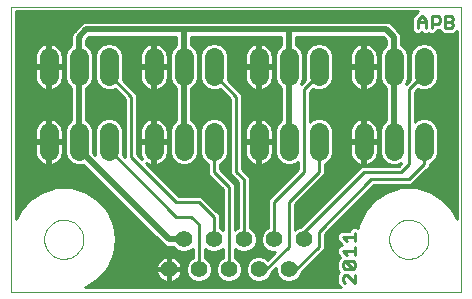
<source format=gtl>
G75*
G70*
%OFA0B0*%
%FSLAX24Y24*%
%IPPOS*%
%LPD*%
%AMOC8*
5,1,8,0,0,1.08239X$1,22.5*
%
%ADD10C,0.0000*%
%ADD11C,0.0100*%
%ADD12C,0.0560*%
%ADD13C,0.0634*%
%ADD14C,0.0200*%
D10*
X000151Y000524D02*
X000151Y010024D01*
X015151Y010024D01*
X015151Y000524D01*
X000151Y000524D01*
X001251Y002274D02*
X001253Y002324D01*
X001259Y002374D01*
X001269Y002424D01*
X001282Y002472D01*
X001299Y002520D01*
X001320Y002566D01*
X001344Y002610D01*
X001372Y002652D01*
X001403Y002692D01*
X001437Y002729D01*
X001474Y002764D01*
X001513Y002795D01*
X001554Y002824D01*
X001598Y002849D01*
X001644Y002871D01*
X001691Y002889D01*
X001739Y002903D01*
X001788Y002914D01*
X001838Y002921D01*
X001888Y002924D01*
X001939Y002923D01*
X001989Y002918D01*
X002039Y002909D01*
X002087Y002897D01*
X002135Y002880D01*
X002181Y002860D01*
X002226Y002837D01*
X002269Y002810D01*
X002309Y002780D01*
X002347Y002747D01*
X002382Y002711D01*
X002415Y002672D01*
X002444Y002631D01*
X002470Y002588D01*
X002493Y002543D01*
X002512Y002496D01*
X002527Y002448D01*
X002539Y002399D01*
X002547Y002349D01*
X002551Y002299D01*
X002551Y002249D01*
X002547Y002199D01*
X002539Y002149D01*
X002527Y002100D01*
X002512Y002052D01*
X002493Y002005D01*
X002470Y001960D01*
X002444Y001917D01*
X002415Y001876D01*
X002382Y001837D01*
X002347Y001801D01*
X002309Y001768D01*
X002269Y001738D01*
X002226Y001711D01*
X002181Y001688D01*
X002135Y001668D01*
X002087Y001651D01*
X002039Y001639D01*
X001989Y001630D01*
X001939Y001625D01*
X001888Y001624D01*
X001838Y001627D01*
X001788Y001634D01*
X001739Y001645D01*
X001691Y001659D01*
X001644Y001677D01*
X001598Y001699D01*
X001554Y001724D01*
X001513Y001753D01*
X001474Y001784D01*
X001437Y001819D01*
X001403Y001856D01*
X001372Y001896D01*
X001344Y001938D01*
X001320Y001982D01*
X001299Y002028D01*
X001282Y002076D01*
X001269Y002124D01*
X001259Y002174D01*
X001253Y002224D01*
X001251Y002274D01*
X012751Y002274D02*
X012753Y002324D01*
X012759Y002374D01*
X012769Y002424D01*
X012782Y002472D01*
X012799Y002520D01*
X012820Y002566D01*
X012844Y002610D01*
X012872Y002652D01*
X012903Y002692D01*
X012937Y002729D01*
X012974Y002764D01*
X013013Y002795D01*
X013054Y002824D01*
X013098Y002849D01*
X013144Y002871D01*
X013191Y002889D01*
X013239Y002903D01*
X013288Y002914D01*
X013338Y002921D01*
X013388Y002924D01*
X013439Y002923D01*
X013489Y002918D01*
X013539Y002909D01*
X013587Y002897D01*
X013635Y002880D01*
X013681Y002860D01*
X013726Y002837D01*
X013769Y002810D01*
X013809Y002780D01*
X013847Y002747D01*
X013882Y002711D01*
X013915Y002672D01*
X013944Y002631D01*
X013970Y002588D01*
X013993Y002543D01*
X014012Y002496D01*
X014027Y002448D01*
X014039Y002399D01*
X014047Y002349D01*
X014051Y002299D01*
X014051Y002249D01*
X014047Y002199D01*
X014039Y002149D01*
X014027Y002100D01*
X014012Y002052D01*
X013993Y002005D01*
X013970Y001960D01*
X013944Y001917D01*
X013915Y001876D01*
X013882Y001837D01*
X013847Y001801D01*
X013809Y001768D01*
X013769Y001738D01*
X013726Y001711D01*
X013681Y001688D01*
X013635Y001668D01*
X013587Y001651D01*
X013539Y001639D01*
X013489Y001630D01*
X013439Y001625D01*
X013388Y001624D01*
X013338Y001627D01*
X013288Y001634D01*
X013239Y001645D01*
X013191Y001659D01*
X013144Y001677D01*
X013098Y001699D01*
X013054Y001724D01*
X013013Y001753D01*
X012974Y001784D01*
X012937Y001819D01*
X012903Y001856D01*
X012872Y001896D01*
X012844Y001938D01*
X012820Y001982D01*
X012799Y002028D01*
X012782Y002076D01*
X012769Y002124D01*
X012759Y002174D01*
X012753Y002224D01*
X012751Y002274D01*
D11*
X011705Y002651D02*
X011684Y002672D01*
X011518Y002672D01*
X011401Y002555D01*
X011401Y002539D01*
X011118Y002539D01*
X011001Y002421D01*
X011001Y002256D01*
X011118Y002139D01*
X011178Y002078D01*
X011118Y002078D01*
X011001Y001961D01*
X011001Y001795D01*
X011115Y001681D01*
X011068Y001634D01*
X011001Y001567D01*
X011001Y001434D01*
X011001Y001434D01*
X011001Y001352D01*
X011001Y001268D01*
X011081Y001188D01*
X011001Y001107D01*
X011001Y000974D01*
X011001Y000974D01*
X011001Y000890D01*
X011001Y000808D01*
X011002Y000807D01*
X011118Y000691D01*
X011135Y000674D01*
X002600Y000674D01*
X002628Y000682D01*
X002628Y000682D01*
X003047Y000952D01*
X003373Y001328D01*
X003580Y001781D01*
X003651Y002274D01*
X003580Y002767D01*
X003373Y003220D01*
X003373Y003220D01*
X003047Y003597D01*
X002628Y003866D01*
X002150Y004006D01*
X001652Y004006D01*
X001174Y003866D01*
X000755Y003597D01*
X000755Y003597D01*
X000755Y003597D01*
X000429Y003220D01*
X000301Y002940D01*
X000301Y009874D01*
X013701Y009874D01*
X013692Y009865D01*
X013501Y009674D01*
X013501Y009607D01*
X013501Y009441D01*
X013501Y009241D01*
X013618Y009124D01*
X013784Y009124D01*
X013835Y009175D01*
X013885Y009124D01*
X014051Y009124D01*
X014065Y009138D01*
X014079Y009124D01*
X014244Y009124D01*
X014361Y009241D01*
X014361Y009258D01*
X014422Y009258D01*
X014422Y009241D01*
X014539Y009124D01*
X014823Y009124D01*
X014905Y009124D01*
X014972Y009191D01*
X015001Y009220D01*
X015001Y002940D01*
X014873Y003220D01*
X014873Y003220D01*
X014547Y003597D01*
X014128Y003866D01*
X013650Y004006D01*
X013152Y004006D01*
X012674Y003866D01*
X012255Y003597D01*
X012255Y003597D01*
X012255Y003597D01*
X011929Y003220D01*
X011722Y002767D01*
X011705Y002651D01*
X011711Y002692D02*
X010852Y002692D01*
X010753Y002594D02*
X011440Y002594D01*
X011601Y002472D02*
X011601Y002205D01*
X011601Y002339D02*
X011201Y002339D01*
X011334Y002205D01*
X011156Y002101D02*
X010601Y002101D01*
X010601Y002199D02*
X011057Y002199D01*
X011001Y002298D02*
X010601Y002298D01*
X010601Y002396D02*
X011001Y002396D01*
X011074Y002495D02*
X010655Y002495D01*
X010601Y002441D02*
X012234Y004074D01*
X013318Y004074D01*
X013484Y004074D01*
X013984Y004574D01*
X014101Y004691D01*
X014101Y004785D01*
X014166Y004811D01*
X014297Y004943D01*
X014368Y005114D01*
X014368Y005934D01*
X014297Y006105D01*
X014166Y006237D01*
X013994Y006308D01*
X013808Y006308D01*
X013637Y006237D01*
X013601Y006201D01*
X013601Y007191D01*
X013697Y007287D01*
X013808Y007240D01*
X013994Y007240D01*
X014166Y007311D01*
X014297Y007443D01*
X014368Y007614D01*
X014368Y008434D01*
X014297Y008605D01*
X014166Y008737D01*
X013994Y008808D01*
X013808Y008808D01*
X013637Y008737D01*
X013505Y008605D01*
X013297Y008605D01*
X013166Y008737D01*
X013151Y008743D01*
X013151Y009074D01*
X013113Y009166D01*
X013043Y009236D01*
X012793Y009486D01*
X012701Y009524D01*
X012601Y009524D01*
X009351Y009524D01*
X005851Y009524D01*
X002601Y009524D01*
X002510Y009486D01*
X002439Y009416D01*
X002260Y009236D01*
X002189Y009166D01*
X002151Y009074D01*
X002151Y008743D01*
X002137Y008737D01*
X002005Y008605D01*
X001787Y008605D01*
X001800Y008586D02*
X001757Y008645D01*
X001705Y008697D01*
X001646Y008740D01*
X001580Y008774D01*
X001511Y008796D01*
X001450Y008806D01*
X001450Y008073D01*
X001353Y008073D01*
X001353Y008806D01*
X001292Y008796D01*
X001222Y008774D01*
X001156Y008740D01*
X001097Y008697D01*
X001045Y008645D01*
X001002Y008586D01*
X000969Y008520D01*
X000946Y008450D01*
X000934Y008378D01*
X000934Y008073D01*
X001352Y008073D01*
X001352Y007976D01*
X000934Y007976D01*
X000934Y007670D01*
X000946Y007598D01*
X000969Y007528D01*
X001002Y007463D01*
X001045Y007403D01*
X001097Y007351D01*
X001156Y007308D01*
X001222Y007275D01*
X001292Y007252D01*
X001353Y007242D01*
X001353Y007975D01*
X001450Y007975D01*
X001450Y007242D01*
X001511Y007252D01*
X001580Y007275D01*
X001646Y007308D01*
X001705Y007351D01*
X001757Y007403D01*
X001800Y007463D01*
X001834Y007528D01*
X001856Y007598D01*
X001868Y007670D01*
X001868Y007976D01*
X001450Y007976D01*
X001450Y008073D01*
X001868Y008073D01*
X001868Y008378D01*
X001856Y008450D01*
X001834Y008520D01*
X001800Y008586D01*
X001838Y008506D02*
X001964Y008506D01*
X001934Y008434D02*
X001934Y007614D01*
X002005Y007443D01*
X002137Y007311D01*
X002151Y007306D01*
X002151Y006243D01*
X002137Y006237D01*
X002005Y006105D01*
X001934Y005934D01*
X001934Y005114D01*
X002005Y004943D01*
X002137Y004811D01*
X002308Y004740D01*
X002494Y004740D01*
X002556Y004766D01*
X005260Y002062D01*
X005351Y002024D01*
X005451Y002024D01*
X005543Y002024D01*
X005658Y001910D01*
X005816Y001844D01*
X005987Y001844D01*
X006145Y001910D01*
X006201Y001966D01*
X006201Y001657D01*
X006158Y001639D01*
X006037Y001518D01*
X005971Y001360D01*
X005971Y001189D01*
X006037Y001031D01*
X006158Y000910D01*
X006316Y000844D01*
X006487Y000844D01*
X006645Y000910D01*
X006766Y001031D01*
X006831Y001189D01*
X006831Y001360D01*
X006766Y001518D01*
X006645Y001639D01*
X006601Y001657D01*
X006601Y001966D01*
X006658Y001910D01*
X006816Y001844D01*
X006987Y001844D01*
X007145Y001910D01*
X007201Y001966D01*
X007201Y001657D01*
X007158Y001639D01*
X007037Y001518D01*
X006971Y001360D01*
X006971Y001189D01*
X007037Y001031D01*
X007158Y000910D01*
X007316Y000844D01*
X007487Y000844D01*
X007645Y000910D01*
X007766Y001031D01*
X007831Y001189D01*
X007831Y001360D01*
X007766Y001518D01*
X007645Y001639D01*
X007601Y001657D01*
X007601Y001966D01*
X007658Y001910D01*
X007816Y001844D01*
X007987Y001844D01*
X008145Y001910D01*
X008266Y002031D01*
X008331Y002189D01*
X008331Y002360D01*
X008266Y002518D01*
X008145Y002639D01*
X008101Y002657D01*
X008101Y004191D01*
X008101Y004357D01*
X007851Y004607D01*
X007851Y006941D01*
X007851Y007107D01*
X007361Y007597D01*
X007368Y007614D01*
X007368Y008434D01*
X007297Y008605D01*
X007166Y008737D01*
X006994Y008808D01*
X006808Y008808D01*
X006637Y008737D01*
X006505Y008605D01*
X006297Y008605D01*
X006166Y008737D01*
X006151Y008743D01*
X006151Y009024D01*
X009151Y009024D01*
X009151Y008743D01*
X009137Y008737D01*
X009005Y008605D01*
X008787Y008605D01*
X008800Y008586D02*
X008757Y008645D01*
X008705Y008697D01*
X008646Y008740D01*
X008580Y008774D01*
X008511Y008796D01*
X008450Y008806D01*
X008450Y008073D01*
X008353Y008073D01*
X008353Y008806D01*
X008292Y008796D01*
X008222Y008774D01*
X008156Y008740D01*
X008097Y008697D01*
X008045Y008645D01*
X008002Y008586D01*
X007969Y008520D01*
X007946Y008450D01*
X007934Y008378D01*
X007934Y008073D01*
X008352Y008073D01*
X008352Y007976D01*
X007934Y007976D01*
X007934Y007670D01*
X007946Y007598D01*
X007969Y007528D01*
X008002Y007463D01*
X008045Y007403D01*
X008097Y007351D01*
X008156Y007308D01*
X008222Y007275D01*
X008292Y007252D01*
X008353Y007242D01*
X008353Y007975D01*
X008450Y007975D01*
X008450Y007242D01*
X008511Y007252D01*
X008580Y007275D01*
X008646Y007308D01*
X008705Y007351D01*
X008757Y007403D01*
X008800Y007463D01*
X008834Y007528D01*
X008856Y007598D01*
X008868Y007670D01*
X008868Y007976D01*
X008450Y007976D01*
X008450Y008073D01*
X008868Y008073D01*
X008868Y008378D01*
X008856Y008450D01*
X008834Y008520D01*
X008800Y008586D01*
X008838Y008506D02*
X008964Y008506D01*
X008934Y008434D02*
X008934Y007614D01*
X009005Y007443D01*
X009137Y007311D01*
X009151Y007306D01*
X009151Y006243D01*
X009137Y006237D01*
X009005Y006105D01*
X008934Y005934D01*
X008934Y005114D01*
X009005Y004943D01*
X009137Y004811D01*
X009308Y004740D01*
X009494Y004740D01*
X009666Y004811D01*
X009701Y004847D01*
X009701Y004607D01*
X008701Y003607D01*
X008701Y003441D01*
X008701Y002657D01*
X008658Y002639D01*
X008537Y002518D01*
X008471Y002360D01*
X008471Y002189D01*
X008537Y002031D01*
X008658Y001910D01*
X008816Y001844D01*
X008938Y001844D01*
X008689Y001594D01*
X008645Y001639D01*
X008487Y001704D01*
X008316Y001704D01*
X008158Y001639D01*
X008037Y001518D01*
X007971Y001360D01*
X007971Y001189D01*
X008037Y001031D01*
X008158Y000910D01*
X008316Y000844D01*
X008487Y000844D01*
X008645Y000910D01*
X008766Y001031D01*
X008819Y001159D01*
X008971Y001311D01*
X008971Y001189D01*
X009037Y001031D01*
X009158Y000910D01*
X009316Y000844D01*
X009487Y000844D01*
X009645Y000910D01*
X009766Y001031D01*
X009819Y001159D01*
X010484Y001824D01*
X010601Y001941D01*
X010601Y002441D01*
X010401Y002524D02*
X012151Y004274D01*
X013401Y004274D01*
X013901Y004774D01*
X013901Y005524D01*
X014368Y005550D02*
X015001Y005550D01*
X015001Y005648D02*
X014368Y005648D01*
X014368Y005747D02*
X015001Y005747D01*
X015001Y005845D02*
X014368Y005845D01*
X014364Y005944D02*
X015001Y005944D01*
X015001Y006043D02*
X014323Y006043D01*
X014261Y006141D02*
X015001Y006141D01*
X015001Y006240D02*
X014159Y006240D01*
X013644Y006240D02*
X013601Y006240D01*
X013601Y006338D02*
X015001Y006338D01*
X015001Y006437D02*
X013601Y006437D01*
X013601Y006535D02*
X015001Y006535D01*
X015001Y006634D02*
X013601Y006634D01*
X013601Y006732D02*
X015001Y006732D01*
X015001Y006831D02*
X013601Y006831D01*
X013601Y006929D02*
X015001Y006929D01*
X015001Y007028D02*
X013601Y007028D01*
X013601Y007126D02*
X015001Y007126D01*
X015001Y007225D02*
X013635Y007225D01*
X013401Y007274D02*
X013901Y007774D01*
X013901Y008024D01*
X013434Y008013D02*
X013368Y008013D01*
X013368Y007915D02*
X013434Y007915D01*
X013434Y007816D02*
X013368Y007816D01*
X013368Y007718D02*
X013434Y007718D01*
X013434Y007619D02*
X013368Y007619D01*
X013368Y007614D02*
X013368Y008434D01*
X013297Y008605D01*
X013338Y008506D02*
X013464Y008506D01*
X013434Y008434D02*
X013505Y008605D01*
X013603Y008703D02*
X013199Y008703D01*
X013151Y008802D02*
X013794Y008802D01*
X014009Y008802D02*
X015001Y008802D01*
X015001Y008900D02*
X013151Y008900D01*
X013151Y008999D02*
X015001Y008999D01*
X015001Y009097D02*
X013141Y009097D01*
X013083Y009196D02*
X013546Y009196D01*
X013501Y009294D02*
X012984Y009294D01*
X012886Y009393D02*
X013501Y009393D01*
X013501Y009492D02*
X012779Y009492D01*
X012548Y009024D02*
X012651Y008921D01*
X012651Y008743D01*
X012637Y008737D01*
X012505Y008605D01*
X012287Y008605D01*
X012300Y008586D02*
X012257Y008645D01*
X012205Y008697D01*
X012146Y008740D01*
X012080Y008774D01*
X012011Y008796D01*
X011950Y008806D01*
X011950Y008073D01*
X011853Y008073D01*
X011853Y008806D01*
X011792Y008796D01*
X011722Y008774D01*
X011656Y008740D01*
X011597Y008697D01*
X011545Y008645D01*
X011502Y008586D01*
X011469Y008520D01*
X011446Y008450D01*
X011434Y008378D01*
X011434Y008073D01*
X011852Y008073D01*
X011852Y007976D01*
X011434Y007976D01*
X011434Y007670D01*
X011446Y007598D01*
X011469Y007528D01*
X011502Y007463D01*
X011545Y007403D01*
X011597Y007351D01*
X011656Y007308D01*
X011722Y007275D01*
X011792Y007252D01*
X011853Y007242D01*
X011853Y007975D01*
X011950Y007975D01*
X011950Y007242D01*
X012011Y007252D01*
X012080Y007275D01*
X012146Y007308D01*
X012205Y007351D01*
X012257Y007403D01*
X012300Y007463D01*
X012334Y007528D01*
X012356Y007598D01*
X012368Y007670D01*
X012368Y007976D01*
X011950Y007976D01*
X011950Y008073D01*
X012368Y008073D01*
X012368Y008378D01*
X012356Y008450D01*
X012334Y008520D01*
X012300Y008586D01*
X012338Y008506D02*
X012464Y008506D01*
X012434Y008434D02*
X012434Y007614D01*
X012505Y007443D01*
X012637Y007311D01*
X012651Y007305D01*
X012651Y006243D01*
X012637Y006237D01*
X012505Y006105D01*
X012434Y005934D01*
X012434Y005114D01*
X012505Y004943D01*
X012637Y004811D01*
X012808Y004740D01*
X012994Y004740D01*
X013149Y004805D01*
X013068Y004724D01*
X011984Y004724D01*
X011818Y004724D01*
X009786Y002692D01*
X009658Y002639D01*
X009601Y002582D01*
X009601Y003441D01*
X010484Y004324D01*
X010601Y004441D01*
X010601Y004785D01*
X010666Y004811D01*
X010797Y004943D01*
X010868Y005114D01*
X010868Y005934D01*
X010797Y006105D01*
X010666Y006237D01*
X010494Y006308D01*
X010308Y006308D01*
X010137Y006237D01*
X010101Y006201D01*
X010101Y007191D01*
X010197Y007287D01*
X010308Y007240D01*
X010494Y007240D01*
X010666Y007311D01*
X010797Y007443D01*
X010868Y007614D01*
X010868Y008434D01*
X010797Y008605D01*
X010666Y008737D01*
X010494Y008808D01*
X010308Y008808D01*
X010137Y008737D01*
X010005Y008605D01*
X009797Y008605D01*
X009666Y008737D01*
X009651Y008743D01*
X009651Y009024D01*
X012548Y009024D01*
X012573Y008999D02*
X009651Y008999D01*
X009651Y008900D02*
X012651Y008900D01*
X012651Y008802D02*
X011976Y008802D01*
X011950Y008802D02*
X011853Y008802D01*
X011826Y008802D02*
X010509Y008802D01*
X010699Y008703D02*
X011606Y008703D01*
X011516Y008605D02*
X010797Y008605D01*
X010838Y008506D02*
X011464Y008506D01*
X011439Y008408D02*
X010868Y008408D01*
X010868Y008309D02*
X011434Y008309D01*
X011434Y008210D02*
X010868Y008210D01*
X010868Y008112D02*
X011434Y008112D01*
X011434Y007915D02*
X010868Y007915D01*
X010868Y008013D02*
X011852Y008013D01*
X011950Y008013D02*
X012434Y008013D01*
X012434Y007915D02*
X012368Y007915D01*
X012368Y007816D02*
X012434Y007816D01*
X012434Y007718D02*
X012368Y007718D01*
X012360Y007619D02*
X012434Y007619D01*
X012473Y007521D02*
X012330Y007521D01*
X012271Y007422D02*
X012526Y007422D01*
X012625Y007324D02*
X012167Y007324D01*
X011950Y007324D02*
X011853Y007324D01*
X011853Y007422D02*
X011950Y007422D01*
X011950Y007521D02*
X011853Y007521D01*
X011853Y007619D02*
X011950Y007619D01*
X011950Y007718D02*
X011853Y007718D01*
X011853Y007816D02*
X011950Y007816D01*
X011950Y007915D02*
X011853Y007915D01*
X011853Y008112D02*
X011950Y008112D01*
X011950Y008210D02*
X011853Y008210D01*
X011853Y008309D02*
X011950Y008309D01*
X011950Y008408D02*
X011853Y008408D01*
X011853Y008506D02*
X011950Y008506D01*
X011950Y008605D02*
X011853Y008605D01*
X011853Y008703D02*
X011950Y008703D01*
X012197Y008703D02*
X012603Y008703D01*
X012505Y008605D02*
X012434Y008434D01*
X012434Y008408D02*
X012363Y008408D01*
X012368Y008309D02*
X012434Y008309D01*
X012434Y008210D02*
X012368Y008210D01*
X012368Y008112D02*
X012434Y008112D01*
X013368Y008112D02*
X013434Y008112D01*
X013434Y008210D02*
X013368Y008210D01*
X013368Y008309D02*
X013434Y008309D01*
X013434Y008408D02*
X013368Y008408D01*
X013434Y008434D02*
X013434Y007614D01*
X013441Y007597D01*
X013304Y007460D01*
X013368Y007614D01*
X013365Y007521D02*
X013329Y007521D01*
X013401Y007274D02*
X013401Y004774D01*
X013151Y004524D01*
X011901Y004524D01*
X009901Y002524D01*
X009901Y002274D01*
X009613Y002594D02*
X009601Y002594D01*
X009601Y002692D02*
X009786Y002692D01*
X009885Y002791D02*
X009601Y002791D01*
X009601Y002889D02*
X009983Y002889D01*
X010082Y002988D02*
X009601Y002988D01*
X009601Y003086D02*
X010180Y003086D01*
X010279Y003185D02*
X009601Y003185D01*
X009601Y003283D02*
X010378Y003283D01*
X010476Y003382D02*
X009601Y003382D01*
X009640Y003480D02*
X010575Y003480D01*
X010673Y003579D02*
X009739Y003579D01*
X009837Y003677D02*
X010772Y003677D01*
X010870Y003776D02*
X009936Y003776D01*
X010034Y003875D02*
X010969Y003875D01*
X011067Y003973D02*
X010133Y003973D01*
X010232Y004072D02*
X011166Y004072D01*
X011264Y004170D02*
X010330Y004170D01*
X010429Y004269D02*
X011363Y004269D01*
X011462Y004367D02*
X010527Y004367D01*
X010601Y004466D02*
X011560Y004466D01*
X011659Y004564D02*
X010601Y004564D01*
X010601Y004663D02*
X011757Y004663D01*
X011792Y004752D02*
X011722Y004775D01*
X011656Y004808D01*
X011597Y004851D01*
X011545Y004903D01*
X011502Y004963D01*
X011469Y005028D01*
X011446Y005098D01*
X011434Y005170D01*
X011434Y005476D01*
X011852Y005476D01*
X011852Y005573D01*
X011434Y005573D01*
X011434Y005878D01*
X011446Y005950D01*
X011469Y006020D01*
X011502Y006086D01*
X011545Y006145D01*
X011597Y006197D01*
X011656Y006240D01*
X010659Y006240D01*
X010761Y006141D02*
X011542Y006141D01*
X011480Y006043D02*
X010823Y006043D01*
X010864Y005944D02*
X011445Y005944D01*
X011434Y005845D02*
X010868Y005845D01*
X010868Y005747D02*
X011434Y005747D01*
X011434Y005648D02*
X010868Y005648D01*
X010868Y005550D02*
X011852Y005550D01*
X011853Y005573D02*
X011853Y006306D01*
X011792Y006296D01*
X011722Y006274D01*
X011656Y006240D01*
X011853Y006240D02*
X011950Y006240D01*
X011950Y006306D02*
X011950Y005573D01*
X011853Y005573D01*
X011853Y005648D02*
X011950Y005648D01*
X011950Y005573D02*
X012368Y005573D01*
X012368Y005878D01*
X012356Y005950D01*
X012334Y006020D01*
X012300Y006086D01*
X012257Y006145D01*
X012205Y006197D01*
X012146Y006240D01*
X012080Y006274D01*
X012011Y006296D01*
X011950Y006306D01*
X011950Y006141D02*
X011853Y006141D01*
X011853Y006043D02*
X011950Y006043D01*
X011950Y005944D02*
X011853Y005944D01*
X011853Y005845D02*
X011950Y005845D01*
X011950Y005747D02*
X011853Y005747D01*
X011950Y005573D02*
X011950Y005476D01*
X012368Y005476D01*
X012368Y005170D01*
X012356Y005098D01*
X012334Y005028D01*
X012300Y004963D01*
X012257Y004903D01*
X012205Y004851D01*
X012146Y004808D01*
X012080Y004775D01*
X012011Y004752D01*
X011950Y004742D01*
X011950Y005475D01*
X011853Y005475D01*
X011853Y004742D01*
X011792Y004752D01*
X011762Y004761D02*
X010601Y004761D01*
X010714Y004860D02*
X011588Y004860D01*
X011505Y004959D02*
X010803Y004959D01*
X010844Y005057D02*
X011459Y005057D01*
X011437Y005156D02*
X010868Y005156D01*
X010868Y005254D02*
X011434Y005254D01*
X011434Y005353D02*
X010868Y005353D01*
X010868Y005451D02*
X011434Y005451D01*
X011853Y005451D02*
X011950Y005451D01*
X011950Y005353D02*
X011853Y005353D01*
X011853Y005254D02*
X011950Y005254D01*
X011950Y005156D02*
X011853Y005156D01*
X011853Y005057D02*
X011950Y005057D01*
X011950Y004959D02*
X011853Y004959D01*
X011853Y004860D02*
X011950Y004860D01*
X011950Y004761D02*
X011853Y004761D01*
X012040Y004761D02*
X012757Y004761D01*
X012588Y004860D02*
X012214Y004860D01*
X012297Y004959D02*
X012499Y004959D01*
X012458Y005057D02*
X012343Y005057D01*
X012366Y005156D02*
X012434Y005156D01*
X012434Y005254D02*
X012368Y005254D01*
X012368Y005353D02*
X012434Y005353D01*
X012434Y005451D02*
X012368Y005451D01*
X012434Y005550D02*
X011950Y005550D01*
X012368Y005648D02*
X012434Y005648D01*
X012434Y005747D02*
X012368Y005747D01*
X012368Y005845D02*
X012434Y005845D01*
X012439Y005944D02*
X012358Y005944D01*
X012322Y006043D02*
X012479Y006043D01*
X012541Y006141D02*
X012260Y006141D01*
X012147Y006240D02*
X012644Y006240D01*
X012651Y006338D02*
X010101Y006338D01*
X010101Y006240D02*
X010144Y006240D01*
X010101Y006437D02*
X012651Y006437D01*
X012651Y006535D02*
X010101Y006535D01*
X010101Y006634D02*
X012651Y006634D01*
X012651Y006732D02*
X010101Y006732D01*
X010101Y006831D02*
X012651Y006831D01*
X012651Y006929D02*
X010101Y006929D01*
X010101Y007028D02*
X012651Y007028D01*
X012651Y007126D02*
X010101Y007126D01*
X010135Y007225D02*
X012651Y007225D01*
X011635Y007324D02*
X010678Y007324D01*
X010776Y007422D02*
X011531Y007422D01*
X011472Y007521D02*
X010829Y007521D01*
X010868Y007619D02*
X011442Y007619D01*
X011434Y007718D02*
X010868Y007718D01*
X010868Y007816D02*
X011434Y007816D01*
X010401Y007774D02*
X010401Y008024D01*
X010401Y007774D02*
X009901Y007274D01*
X009901Y004524D01*
X008901Y003524D01*
X008901Y002274D01*
X008508Y002101D02*
X008295Y002101D01*
X008331Y002199D02*
X008471Y002199D01*
X008471Y002298D02*
X008331Y002298D01*
X008316Y002396D02*
X008486Y002396D01*
X008527Y002495D02*
X008275Y002495D01*
X008190Y002594D02*
X008613Y002594D01*
X008701Y002692D02*
X008101Y002692D01*
X008101Y002791D02*
X008701Y002791D01*
X008701Y002889D02*
X008101Y002889D01*
X008101Y002988D02*
X008701Y002988D01*
X008701Y003086D02*
X008101Y003086D01*
X008101Y003185D02*
X008701Y003185D01*
X008701Y003283D02*
X008101Y003283D01*
X008101Y003382D02*
X008701Y003382D01*
X008701Y003480D02*
X008101Y003480D01*
X008101Y003579D02*
X008701Y003579D01*
X008772Y003677D02*
X008101Y003677D01*
X008101Y003776D02*
X008870Y003776D01*
X008969Y003875D02*
X008101Y003875D01*
X008101Y003973D02*
X009067Y003973D01*
X009166Y004072D02*
X008101Y004072D01*
X008101Y004170D02*
X009264Y004170D01*
X009363Y004269D02*
X008101Y004269D01*
X008091Y004367D02*
X009462Y004367D01*
X009560Y004466D02*
X007992Y004466D01*
X007894Y004564D02*
X009659Y004564D01*
X009701Y004663D02*
X007851Y004663D01*
X007851Y004761D02*
X008262Y004761D01*
X008292Y004752D02*
X008222Y004775D01*
X008156Y004808D01*
X008097Y004851D01*
X008045Y004903D01*
X008002Y004963D01*
X007969Y005028D01*
X007946Y005098D01*
X007934Y005170D01*
X007934Y005476D01*
X008352Y005476D01*
X008352Y005573D01*
X007934Y005573D01*
X007934Y005878D01*
X007946Y005950D01*
X007969Y006020D01*
X008002Y006086D01*
X008045Y006145D01*
X008097Y006197D01*
X008156Y006240D01*
X007851Y006240D01*
X007851Y006338D02*
X009151Y006338D01*
X009144Y006240D02*
X008647Y006240D01*
X008646Y006240D02*
X008580Y006274D01*
X008511Y006296D01*
X008450Y006306D01*
X008450Y005573D01*
X008353Y005573D01*
X008353Y006306D01*
X008292Y006296D01*
X008222Y006274D01*
X008156Y006240D01*
X008042Y006141D02*
X007851Y006141D01*
X007851Y006043D02*
X007980Y006043D01*
X007945Y005944D02*
X007851Y005944D01*
X007851Y005845D02*
X007934Y005845D01*
X007934Y005747D02*
X007851Y005747D01*
X007851Y005648D02*
X007934Y005648D01*
X007851Y005550D02*
X008352Y005550D01*
X008353Y005475D02*
X008450Y005475D01*
X008450Y004742D01*
X008511Y004752D01*
X008580Y004775D01*
X008646Y004808D01*
X008705Y004851D01*
X008757Y004903D01*
X008800Y004963D01*
X008834Y005028D01*
X008856Y005098D01*
X008868Y005170D01*
X008868Y005476D01*
X008450Y005476D01*
X008450Y005573D01*
X008868Y005573D01*
X008868Y005878D01*
X008856Y005950D01*
X008834Y006020D01*
X008800Y006086D01*
X008757Y006145D01*
X008705Y006197D01*
X008646Y006240D01*
X008760Y006141D02*
X009041Y006141D01*
X008979Y006043D02*
X008822Y006043D01*
X008858Y005944D02*
X008939Y005944D01*
X008934Y005845D02*
X008868Y005845D01*
X008868Y005747D02*
X008934Y005747D01*
X008934Y005648D02*
X008868Y005648D01*
X008934Y005550D02*
X008450Y005550D01*
X008450Y005648D02*
X008353Y005648D01*
X008353Y005747D02*
X008450Y005747D01*
X008450Y005845D02*
X008353Y005845D01*
X008353Y005944D02*
X008450Y005944D01*
X008450Y006043D02*
X008353Y006043D01*
X008353Y006141D02*
X008450Y006141D01*
X008450Y006240D02*
X008353Y006240D01*
X007851Y006437D02*
X009151Y006437D01*
X009151Y006535D02*
X007851Y006535D01*
X007851Y006634D02*
X009151Y006634D01*
X009151Y006732D02*
X007851Y006732D01*
X007851Y006831D02*
X009151Y006831D01*
X009151Y006929D02*
X007851Y006929D01*
X007851Y007028D02*
X009151Y007028D01*
X009151Y007126D02*
X007832Y007126D01*
X007733Y007225D02*
X009151Y007225D01*
X009125Y007324D02*
X008667Y007324D01*
X008771Y007422D02*
X009026Y007422D01*
X008973Y007521D02*
X008830Y007521D01*
X008860Y007619D02*
X008934Y007619D01*
X008934Y007718D02*
X008868Y007718D01*
X008868Y007816D02*
X008934Y007816D01*
X008934Y007915D02*
X008868Y007915D01*
X008934Y008013D02*
X008450Y008013D01*
X008352Y008013D02*
X007368Y008013D01*
X007368Y007915D02*
X007934Y007915D01*
X007934Y007816D02*
X007368Y007816D01*
X007368Y007718D02*
X007934Y007718D01*
X007942Y007619D02*
X007368Y007619D01*
X007437Y007521D02*
X007972Y007521D01*
X008031Y007422D02*
X007536Y007422D01*
X007634Y007324D02*
X008135Y007324D01*
X008353Y007324D02*
X008450Y007324D01*
X008450Y007422D02*
X008353Y007422D01*
X008353Y007521D02*
X008450Y007521D01*
X008450Y007619D02*
X008353Y007619D01*
X008353Y007718D02*
X008450Y007718D01*
X008450Y007816D02*
X008353Y007816D01*
X008353Y007915D02*
X008450Y007915D01*
X008450Y008112D02*
X008353Y008112D01*
X008353Y008210D02*
X008450Y008210D01*
X008450Y008309D02*
X008353Y008309D01*
X008353Y008408D02*
X008450Y008408D01*
X008450Y008506D02*
X008353Y008506D01*
X008353Y008605D02*
X008450Y008605D01*
X008450Y008703D02*
X008353Y008703D01*
X008353Y008802D02*
X008450Y008802D01*
X008476Y008802D02*
X009151Y008802D01*
X009151Y008900D02*
X006151Y008900D01*
X006151Y008802D02*
X006794Y008802D01*
X007009Y008802D02*
X008326Y008802D01*
X008106Y008703D02*
X007199Y008703D01*
X007297Y008605D02*
X008016Y008605D01*
X007964Y008506D02*
X007338Y008506D01*
X007368Y008408D02*
X007939Y008408D01*
X007934Y008309D02*
X007368Y008309D01*
X007368Y008210D02*
X007934Y008210D01*
X007934Y008112D02*
X007368Y008112D01*
X006901Y008024D02*
X006901Y007774D01*
X007651Y007024D01*
X007651Y004524D01*
X007901Y004274D01*
X007901Y002274D01*
X007601Y002582D02*
X007601Y003941D01*
X007601Y004107D01*
X007101Y004607D01*
X007101Y004785D01*
X007166Y004811D01*
X007297Y004943D01*
X007368Y005114D01*
X007368Y005934D01*
X007297Y006105D01*
X007166Y006237D01*
X006994Y006308D01*
X006808Y006308D01*
X006637Y006237D01*
X006505Y006105D01*
X006434Y005934D01*
X006434Y005114D01*
X006505Y004943D01*
X006637Y004811D01*
X006701Y004785D01*
X006701Y004441D01*
X006818Y004324D01*
X007201Y003941D01*
X007201Y002582D01*
X007145Y002639D01*
X007101Y002657D01*
X007101Y003107D01*
X006984Y003224D01*
X006484Y003724D01*
X006318Y003724D01*
X005734Y003724D01*
X004633Y004825D01*
X004656Y004808D01*
X004722Y004775D01*
X004792Y004752D01*
X004853Y004742D01*
X004853Y005475D01*
X004950Y005475D01*
X004950Y004742D01*
X005011Y004752D01*
X005080Y004775D01*
X005146Y004808D01*
X005205Y004851D01*
X005257Y004903D01*
X005300Y004963D01*
X005334Y005028D01*
X005356Y005098D01*
X005368Y005170D01*
X005368Y005476D01*
X004950Y005476D01*
X004950Y005573D01*
X004853Y005573D01*
X004853Y006306D01*
X004792Y006296D01*
X004722Y006274D01*
X004656Y006240D01*
X004351Y006240D01*
X004351Y006338D02*
X005651Y006338D01*
X005651Y006243D02*
X005637Y006237D01*
X005505Y006105D01*
X005434Y005934D01*
X005434Y005114D01*
X005505Y004943D01*
X005637Y004811D01*
X005808Y004740D01*
X005994Y004740D01*
X006166Y004811D01*
X006297Y004943D01*
X006368Y005114D01*
X006368Y005934D01*
X006297Y006105D01*
X006166Y006237D01*
X006151Y006243D01*
X006151Y007305D01*
X006166Y007311D01*
X006297Y007443D01*
X006368Y007614D01*
X006368Y008434D01*
X006297Y008605D01*
X006338Y008506D02*
X006464Y008506D01*
X006434Y008434D02*
X006434Y007614D01*
X006505Y007443D01*
X006637Y007311D01*
X006808Y007240D01*
X006994Y007240D01*
X007106Y007287D01*
X007451Y006941D01*
X007451Y004441D01*
X007568Y004324D01*
X007701Y004191D01*
X007701Y002657D01*
X007658Y002639D01*
X007601Y002582D01*
X007601Y002594D02*
X007613Y002594D01*
X007601Y002692D02*
X007701Y002692D01*
X007701Y002791D02*
X007601Y002791D01*
X007601Y002889D02*
X007701Y002889D01*
X007701Y002988D02*
X007601Y002988D01*
X007601Y003086D02*
X007701Y003086D01*
X007701Y003185D02*
X007601Y003185D01*
X007601Y003283D02*
X007701Y003283D01*
X007701Y003382D02*
X007601Y003382D01*
X007601Y003480D02*
X007701Y003480D01*
X007701Y003579D02*
X007601Y003579D01*
X007601Y003677D02*
X007701Y003677D01*
X007701Y003776D02*
X007601Y003776D01*
X007601Y003875D02*
X007701Y003875D01*
X007701Y003973D02*
X007601Y003973D01*
X007601Y004072D02*
X007701Y004072D01*
X007701Y004170D02*
X007538Y004170D01*
X007624Y004269D02*
X007439Y004269D01*
X007525Y004367D02*
X007341Y004367D01*
X007242Y004466D02*
X007451Y004466D01*
X007451Y004564D02*
X007144Y004564D01*
X007101Y004663D02*
X007451Y004663D01*
X007451Y004761D02*
X007101Y004761D01*
X007214Y004860D02*
X007451Y004860D01*
X007451Y004959D02*
X007303Y004959D01*
X007344Y005057D02*
X007451Y005057D01*
X007451Y005156D02*
X007368Y005156D01*
X007368Y005254D02*
X007451Y005254D01*
X007451Y005353D02*
X007368Y005353D01*
X007368Y005451D02*
X007451Y005451D01*
X007451Y005550D02*
X007368Y005550D01*
X007368Y005648D02*
X007451Y005648D01*
X007451Y005747D02*
X007368Y005747D01*
X007368Y005845D02*
X007451Y005845D01*
X007451Y005944D02*
X007364Y005944D01*
X007323Y006043D02*
X007451Y006043D01*
X007451Y006141D02*
X007261Y006141D01*
X007159Y006240D02*
X007451Y006240D01*
X007451Y006338D02*
X006151Y006338D01*
X006159Y006240D02*
X006644Y006240D01*
X006541Y006141D02*
X006261Y006141D01*
X006323Y006043D02*
X006479Y006043D01*
X006439Y005944D02*
X006364Y005944D01*
X006368Y005845D02*
X006434Y005845D01*
X006434Y005747D02*
X006368Y005747D01*
X006368Y005648D02*
X006434Y005648D01*
X006434Y005550D02*
X006368Y005550D01*
X006368Y005451D02*
X006434Y005451D01*
X006434Y005353D02*
X006368Y005353D01*
X006368Y005254D02*
X006434Y005254D01*
X006434Y005156D02*
X006368Y005156D01*
X006344Y005057D02*
X006458Y005057D01*
X006499Y004959D02*
X006303Y004959D01*
X006214Y004860D02*
X006588Y004860D01*
X006701Y004761D02*
X006045Y004761D01*
X005757Y004761D02*
X005040Y004761D01*
X004950Y004761D02*
X004853Y004761D01*
X004762Y004761D02*
X004697Y004761D01*
X004795Y004663D02*
X006701Y004663D01*
X006701Y004564D02*
X004894Y004564D01*
X004992Y004466D02*
X006701Y004466D01*
X006775Y004367D02*
X005091Y004367D01*
X005189Y004269D02*
X006874Y004269D01*
X006972Y004170D02*
X005288Y004170D01*
X005386Y004072D02*
X007071Y004072D01*
X007169Y003973D02*
X005485Y003973D01*
X005584Y003875D02*
X007201Y003875D01*
X007201Y003776D02*
X005682Y003776D01*
X005651Y003524D02*
X006401Y003524D01*
X006901Y003024D01*
X006901Y002274D01*
X007190Y002594D02*
X007201Y002594D01*
X007201Y002692D02*
X007101Y002692D01*
X007101Y002791D02*
X007201Y002791D01*
X007201Y002889D02*
X007101Y002889D01*
X007101Y002988D02*
X007201Y002988D01*
X007201Y003086D02*
X007101Y003086D01*
X007023Y003185D02*
X007201Y003185D01*
X007201Y003283D02*
X006925Y003283D01*
X006826Y003382D02*
X007201Y003382D01*
X007201Y003480D02*
X006728Y003480D01*
X006629Y003579D02*
X007201Y003579D01*
X007201Y003677D02*
X006531Y003677D01*
X005651Y003524D02*
X004151Y005024D01*
X004151Y007024D01*
X003401Y007774D01*
X003401Y008024D01*
X002934Y008013D02*
X002868Y008013D01*
X002868Y007915D02*
X002934Y007915D01*
X002934Y007816D02*
X002868Y007816D01*
X002868Y007718D02*
X002934Y007718D01*
X002934Y007619D02*
X002868Y007619D01*
X002868Y007614D02*
X002868Y008434D01*
X002797Y008605D01*
X002666Y008737D01*
X002651Y008743D01*
X002651Y008921D01*
X002755Y009024D01*
X005651Y009024D01*
X005651Y008743D01*
X005637Y008737D01*
X005505Y008605D01*
X005287Y008605D01*
X005300Y008586D02*
X005257Y008645D01*
X005205Y008697D01*
X005146Y008740D01*
X005080Y008774D01*
X005011Y008796D01*
X004950Y008806D01*
X004950Y008073D01*
X004853Y008073D01*
X004853Y008806D01*
X004792Y008796D01*
X004722Y008774D01*
X004656Y008740D01*
X004597Y008697D01*
X004545Y008645D01*
X004502Y008586D01*
X004469Y008520D01*
X004446Y008450D01*
X004434Y008378D01*
X004434Y008073D01*
X004852Y008073D01*
X004852Y007976D01*
X004434Y007976D01*
X004434Y007670D01*
X004446Y007598D01*
X004469Y007528D01*
X004502Y007463D01*
X004545Y007403D01*
X004597Y007351D01*
X004656Y007308D01*
X004722Y007275D01*
X004792Y007252D01*
X004853Y007242D01*
X004853Y007975D01*
X004950Y007975D01*
X004950Y007242D01*
X005011Y007252D01*
X005080Y007275D01*
X005146Y007308D01*
X005205Y007351D01*
X005257Y007403D01*
X005300Y007463D01*
X005334Y007528D01*
X005356Y007598D01*
X005368Y007670D01*
X005368Y007976D01*
X004950Y007976D01*
X004950Y008073D01*
X005368Y008073D01*
X005368Y008378D01*
X005356Y008450D01*
X005334Y008520D01*
X005300Y008586D01*
X005338Y008506D02*
X005464Y008506D01*
X005434Y008434D02*
X005434Y007614D01*
X005505Y007443D01*
X005637Y007311D01*
X005651Y007305D01*
X005651Y006243D01*
X005644Y006240D02*
X005147Y006240D01*
X005146Y006240D02*
X005080Y006274D01*
X005011Y006296D01*
X004950Y006306D01*
X004950Y005573D01*
X005368Y005573D01*
X005368Y005878D01*
X005356Y005950D01*
X005334Y006020D01*
X005300Y006086D01*
X005257Y006145D01*
X005205Y006197D01*
X005146Y006240D01*
X005260Y006141D02*
X005541Y006141D01*
X005479Y006043D02*
X005322Y006043D01*
X005358Y005944D02*
X005439Y005944D01*
X005434Y005845D02*
X005368Y005845D01*
X005368Y005747D02*
X005434Y005747D01*
X005434Y005648D02*
X005368Y005648D01*
X005434Y005550D02*
X004950Y005550D01*
X004852Y005550D02*
X004351Y005550D01*
X004434Y005573D02*
X004852Y005573D01*
X004852Y005476D01*
X004434Y005476D01*
X004434Y005170D01*
X004446Y005098D01*
X004469Y005028D01*
X004502Y004963D01*
X004519Y004939D01*
X004351Y005107D01*
X004351Y007107D01*
X004234Y007224D01*
X003861Y007597D01*
X003868Y007614D01*
X003868Y008434D01*
X003797Y008605D01*
X003666Y008737D01*
X003494Y008808D01*
X003308Y008808D01*
X003137Y008737D01*
X003005Y008605D01*
X002797Y008605D01*
X002838Y008506D02*
X002964Y008506D01*
X002934Y008434D02*
X002934Y007614D01*
X003005Y007443D01*
X003137Y007311D01*
X003308Y007240D01*
X003494Y007240D01*
X003606Y007287D01*
X003951Y006941D01*
X003951Y005107D01*
X003951Y005007D01*
X003861Y005097D01*
X003868Y005114D01*
X003868Y005934D01*
X003797Y006105D01*
X003666Y006237D01*
X003494Y006308D01*
X003308Y006308D01*
X003137Y006237D01*
X003005Y006105D01*
X002934Y005934D01*
X002934Y005114D01*
X002948Y005080D01*
X002868Y005161D01*
X002868Y005934D01*
X002797Y006105D01*
X002666Y006237D01*
X002651Y006243D01*
X002651Y007306D01*
X002666Y007311D01*
X002797Y007443D01*
X002868Y007614D01*
X002829Y007521D02*
X002973Y007521D01*
X003026Y007422D02*
X002776Y007422D01*
X002678Y007324D02*
X003125Y007324D01*
X002651Y007225D02*
X003667Y007225D01*
X003766Y007126D02*
X002651Y007126D01*
X002651Y007028D02*
X003864Y007028D01*
X003951Y006929D02*
X002651Y006929D01*
X002651Y006831D02*
X003951Y006831D01*
X003951Y006732D02*
X002651Y006732D01*
X002651Y006634D02*
X003951Y006634D01*
X003951Y006535D02*
X002651Y006535D01*
X002651Y006437D02*
X003951Y006437D01*
X003951Y006338D02*
X002651Y006338D01*
X002659Y006240D02*
X003144Y006240D01*
X003041Y006141D02*
X002761Y006141D01*
X002823Y006043D02*
X002979Y006043D01*
X002939Y005944D02*
X002864Y005944D01*
X002868Y005845D02*
X002934Y005845D01*
X002934Y005747D02*
X002868Y005747D01*
X002868Y005648D02*
X002934Y005648D01*
X002934Y005550D02*
X002868Y005550D01*
X002868Y005451D02*
X002934Y005451D01*
X002934Y005353D02*
X002868Y005353D01*
X002868Y005254D02*
X002934Y005254D01*
X002934Y005156D02*
X002873Y005156D01*
X002560Y004761D02*
X002545Y004761D01*
X002659Y004663D02*
X000301Y004663D01*
X000301Y004761D02*
X001262Y004761D01*
X001292Y004752D02*
X001353Y004742D01*
X001353Y005475D01*
X001450Y005475D01*
X001450Y004742D01*
X001511Y004752D01*
X001580Y004775D01*
X001646Y004808D01*
X001705Y004851D01*
X001757Y004903D01*
X001800Y004963D01*
X001834Y005028D01*
X001856Y005098D01*
X001868Y005170D01*
X001868Y005476D01*
X001450Y005476D01*
X001450Y005573D01*
X001353Y005573D01*
X001353Y006306D01*
X001292Y006296D01*
X001222Y006274D01*
X001156Y006240D01*
X000301Y006240D01*
X000301Y006338D02*
X002151Y006338D01*
X002144Y006240D02*
X001647Y006240D01*
X001646Y006240D02*
X001580Y006274D01*
X001511Y006296D01*
X001450Y006306D01*
X001450Y005573D01*
X001868Y005573D01*
X001868Y005878D01*
X001856Y005950D01*
X001834Y006020D01*
X001800Y006086D01*
X001757Y006145D01*
X001705Y006197D01*
X001646Y006240D01*
X001760Y006141D02*
X002041Y006141D01*
X001979Y006043D02*
X001822Y006043D01*
X001858Y005944D02*
X001939Y005944D01*
X001934Y005845D02*
X001868Y005845D01*
X001868Y005747D02*
X001934Y005747D01*
X001934Y005648D02*
X001868Y005648D01*
X001934Y005550D02*
X001450Y005550D01*
X001352Y005550D02*
X000301Y005550D01*
X000301Y005648D02*
X000934Y005648D01*
X000934Y005573D02*
X001352Y005573D01*
X001352Y005476D01*
X000934Y005476D01*
X000934Y005170D01*
X000946Y005098D01*
X000969Y005028D01*
X001002Y004963D01*
X001045Y004903D01*
X001097Y004851D01*
X001156Y004808D01*
X001222Y004775D01*
X001292Y004752D01*
X001353Y004761D02*
X001450Y004761D01*
X001540Y004761D02*
X002257Y004761D01*
X002088Y004860D02*
X001714Y004860D01*
X001797Y004959D02*
X001999Y004959D01*
X001958Y005057D02*
X001843Y005057D01*
X001866Y005156D02*
X001934Y005156D01*
X001934Y005254D02*
X001868Y005254D01*
X001868Y005353D02*
X001934Y005353D01*
X001934Y005451D02*
X001868Y005451D01*
X001450Y005451D02*
X001353Y005451D01*
X001353Y005353D02*
X001450Y005353D01*
X001450Y005254D02*
X001353Y005254D01*
X001353Y005156D02*
X001450Y005156D01*
X001450Y005057D02*
X001353Y005057D01*
X001353Y004959D02*
X001450Y004959D01*
X001450Y004860D02*
X001353Y004860D01*
X001088Y004860D02*
X000301Y004860D01*
X000301Y004959D02*
X001005Y004959D01*
X000959Y005057D02*
X000301Y005057D01*
X000301Y005156D02*
X000937Y005156D01*
X000934Y005254D02*
X000301Y005254D01*
X000301Y005353D02*
X000934Y005353D01*
X000934Y005451D02*
X000301Y005451D01*
X000301Y005747D02*
X000934Y005747D01*
X000934Y005845D02*
X000301Y005845D01*
X000301Y005944D02*
X000945Y005944D01*
X000946Y005950D02*
X000934Y005878D01*
X000934Y005573D01*
X001353Y005648D02*
X001450Y005648D01*
X001450Y005747D02*
X001353Y005747D01*
X001353Y005845D02*
X001450Y005845D01*
X001450Y005944D02*
X001353Y005944D01*
X001353Y006043D02*
X001450Y006043D01*
X001450Y006141D02*
X001353Y006141D01*
X001353Y006240D02*
X001450Y006240D01*
X001156Y006240D02*
X001097Y006197D01*
X001045Y006145D01*
X001002Y006086D01*
X000969Y006020D01*
X000946Y005950D01*
X000980Y006043D02*
X000301Y006043D01*
X000301Y006141D02*
X001042Y006141D01*
X000301Y006437D02*
X002151Y006437D01*
X002151Y006535D02*
X000301Y006535D01*
X000301Y006634D02*
X002151Y006634D01*
X002151Y006732D02*
X000301Y006732D01*
X000301Y006831D02*
X002151Y006831D01*
X002151Y006929D02*
X000301Y006929D01*
X000301Y007028D02*
X002151Y007028D01*
X002151Y007126D02*
X000301Y007126D01*
X000301Y007225D02*
X002151Y007225D01*
X002125Y007324D02*
X001667Y007324D01*
X001771Y007422D02*
X002026Y007422D01*
X001973Y007521D02*
X001830Y007521D01*
X001860Y007619D02*
X001934Y007619D01*
X001934Y007718D02*
X001868Y007718D01*
X001868Y007816D02*
X001934Y007816D01*
X001934Y007915D02*
X001868Y007915D01*
X001934Y008013D02*
X001450Y008013D01*
X001352Y008013D02*
X000301Y008013D01*
X000301Y007915D02*
X000934Y007915D01*
X000934Y007816D02*
X000301Y007816D01*
X000301Y007718D02*
X000934Y007718D01*
X000942Y007619D02*
X000301Y007619D01*
X000301Y007521D02*
X000972Y007521D01*
X001031Y007422D02*
X000301Y007422D01*
X000301Y007324D02*
X001135Y007324D01*
X001353Y007324D02*
X001450Y007324D01*
X001450Y007422D02*
X001353Y007422D01*
X001353Y007521D02*
X001450Y007521D01*
X001450Y007619D02*
X001353Y007619D01*
X001353Y007718D02*
X001450Y007718D01*
X001450Y007816D02*
X001353Y007816D01*
X001353Y007915D02*
X001450Y007915D01*
X001450Y008112D02*
X001353Y008112D01*
X001353Y008210D02*
X001450Y008210D01*
X001450Y008309D02*
X001353Y008309D01*
X001353Y008408D02*
X001450Y008408D01*
X001450Y008506D02*
X001353Y008506D01*
X001353Y008605D02*
X001450Y008605D01*
X001450Y008703D02*
X001353Y008703D01*
X001353Y008802D02*
X001450Y008802D01*
X001476Y008802D02*
X002151Y008802D01*
X002151Y008900D02*
X000301Y008900D01*
X000301Y008802D02*
X001326Y008802D01*
X001106Y008703D02*
X000301Y008703D01*
X000301Y008605D02*
X001016Y008605D01*
X000964Y008506D02*
X000301Y008506D01*
X000301Y008408D02*
X000939Y008408D01*
X000934Y008309D02*
X000301Y008309D01*
X000301Y008210D02*
X000934Y008210D01*
X000934Y008112D02*
X000301Y008112D01*
X000301Y008999D02*
X002151Y008999D01*
X002161Y009097D02*
X000301Y009097D01*
X000301Y009196D02*
X002219Y009196D01*
X002318Y009294D02*
X000301Y009294D01*
X000301Y009393D02*
X002417Y009393D01*
X002523Y009492D02*
X000301Y009492D01*
X000301Y009590D02*
X013501Y009590D01*
X013516Y009689D02*
X000301Y009689D01*
X000301Y009787D02*
X013615Y009787D01*
X013701Y009591D02*
X013835Y009724D01*
X013968Y009591D01*
X013968Y009324D01*
X014162Y009324D02*
X014162Y009724D01*
X014362Y009724D01*
X014428Y009658D01*
X014428Y009524D01*
X014362Y009458D01*
X014162Y009458D01*
X013968Y009524D02*
X013701Y009524D01*
X013701Y009591D02*
X013701Y009324D01*
X014316Y009196D02*
X014467Y009196D01*
X014622Y009324D02*
X014822Y009324D01*
X014889Y009391D01*
X014889Y009458D01*
X014822Y009524D01*
X014622Y009524D01*
X014822Y009524D02*
X014889Y009591D01*
X014889Y009658D01*
X014822Y009724D01*
X014622Y009724D01*
X014622Y009324D01*
X014905Y009124D02*
X014905Y009124D01*
X014905Y009124D01*
X014972Y009191D02*
X014972Y009191D01*
X014977Y009196D02*
X015001Y009196D01*
X015001Y008703D02*
X014199Y008703D01*
X014297Y008605D02*
X015001Y008605D01*
X015001Y008506D02*
X014338Y008506D01*
X014368Y008408D02*
X015001Y008408D01*
X015001Y008309D02*
X014368Y008309D01*
X014368Y008210D02*
X015001Y008210D01*
X015001Y008112D02*
X014368Y008112D01*
X014368Y008013D02*
X015001Y008013D01*
X015001Y007915D02*
X014368Y007915D01*
X014368Y007816D02*
X015001Y007816D01*
X015001Y007718D02*
X014368Y007718D01*
X014368Y007619D02*
X015001Y007619D01*
X015001Y007521D02*
X014329Y007521D01*
X014276Y007422D02*
X015001Y007422D01*
X015001Y007324D02*
X014178Y007324D01*
X014368Y005451D02*
X015001Y005451D01*
X015001Y005353D02*
X014368Y005353D01*
X014368Y005254D02*
X015001Y005254D01*
X015001Y005156D02*
X014368Y005156D01*
X014344Y005057D02*
X015001Y005057D01*
X015001Y004959D02*
X014303Y004959D01*
X014214Y004860D02*
X015001Y004860D01*
X015001Y004761D02*
X014101Y004761D01*
X014073Y004663D02*
X015001Y004663D01*
X015001Y004564D02*
X013974Y004564D01*
X013876Y004466D02*
X015001Y004466D01*
X015001Y004367D02*
X013777Y004367D01*
X013679Y004269D02*
X015001Y004269D01*
X015001Y004170D02*
X013580Y004170D01*
X013650Y004006D02*
X013650Y004006D01*
X013763Y003973D02*
X015001Y003973D01*
X015001Y003875D02*
X014099Y003875D01*
X014128Y003866D02*
X014128Y003866D01*
X014268Y003776D02*
X015001Y003776D01*
X015001Y003677D02*
X014421Y003677D01*
X014547Y003597D02*
X014547Y003597D01*
X014563Y003579D02*
X015001Y003579D01*
X015001Y003480D02*
X014648Y003480D01*
X014733Y003382D02*
X015001Y003382D01*
X015001Y003283D02*
X014819Y003283D01*
X014890Y003185D02*
X015001Y003185D01*
X015001Y003086D02*
X014935Y003086D01*
X014980Y002988D02*
X015001Y002988D01*
X015001Y004072D02*
X012232Y004072D01*
X012133Y003973D02*
X013039Y003973D01*
X013152Y004006D02*
X013152Y004006D01*
X012704Y003875D02*
X012034Y003875D01*
X011936Y003776D02*
X012534Y003776D01*
X012674Y003866D02*
X012674Y003866D01*
X012381Y003677D02*
X011837Y003677D01*
X011739Y003579D02*
X012240Y003579D01*
X012154Y003480D02*
X011640Y003480D01*
X011542Y003382D02*
X012069Y003382D01*
X011984Y003283D02*
X011443Y003283D01*
X011345Y003185D02*
X011913Y003185D01*
X011929Y003220D02*
X011929Y003220D01*
X011868Y003086D02*
X011246Y003086D01*
X011148Y002988D02*
X011823Y002988D01*
X011778Y002889D02*
X011049Y002889D01*
X010951Y002791D02*
X011733Y002791D01*
X011722Y002767D02*
X011722Y002767D01*
X011601Y002012D02*
X011601Y001745D01*
X011601Y001878D02*
X011201Y001878D01*
X011334Y001745D01*
X011268Y001551D02*
X011534Y001284D01*
X011601Y001351D01*
X011601Y001485D01*
X011534Y001551D01*
X011268Y001551D01*
X011201Y001485D01*
X011201Y001351D01*
X011268Y001284D01*
X011534Y001284D01*
X011601Y001091D02*
X011601Y000824D01*
X011334Y001091D01*
X011268Y001091D01*
X011201Y001024D01*
X011201Y000891D01*
X011268Y000824D01*
X011088Y000721D02*
X002689Y000721D01*
X002842Y000820D02*
X011001Y000820D01*
X011001Y000808D02*
X011001Y000808D01*
X011118Y000691D02*
X011118Y000691D01*
X011001Y000918D02*
X009653Y000918D01*
X009752Y001017D02*
X011001Y001017D01*
X011009Y001115D02*
X009801Y001115D01*
X009874Y001214D02*
X011055Y001214D01*
X011001Y001312D02*
X009972Y001312D01*
X010071Y001411D02*
X011001Y001411D01*
X011001Y001510D02*
X010169Y001510D01*
X010268Y001608D02*
X011041Y001608D01*
X011090Y001707D02*
X010367Y001707D01*
X010465Y001805D02*
X011001Y001805D01*
X011001Y001904D02*
X010564Y001904D01*
X010601Y002002D02*
X011042Y002002D01*
X010401Y002024D02*
X010401Y002524D01*
X010401Y002024D02*
X009651Y001274D01*
X009401Y001274D01*
X009001Y001115D02*
X008801Y001115D01*
X008752Y001017D02*
X009050Y001017D01*
X009149Y000918D02*
X008653Y000918D01*
X008874Y001214D02*
X008971Y001214D01*
X008651Y001274D02*
X009401Y002024D01*
X009401Y003524D01*
X010401Y004524D01*
X010401Y005524D01*
X009701Y004761D02*
X009545Y004761D01*
X009257Y004761D02*
X008540Y004761D01*
X008450Y004761D02*
X008353Y004761D01*
X008353Y004742D02*
X008353Y005475D01*
X008353Y005451D02*
X008450Y005451D01*
X008450Y005353D02*
X008353Y005353D01*
X008353Y005254D02*
X008450Y005254D01*
X008450Y005156D02*
X008353Y005156D01*
X008353Y005057D02*
X008450Y005057D01*
X008450Y004959D02*
X008353Y004959D01*
X008353Y004860D02*
X008450Y004860D01*
X008353Y004742D02*
X008292Y004752D01*
X008088Y004860D02*
X007851Y004860D01*
X007851Y004959D02*
X008005Y004959D01*
X007959Y005057D02*
X007851Y005057D01*
X007851Y005156D02*
X007937Y005156D01*
X007934Y005254D02*
X007851Y005254D01*
X007851Y005353D02*
X007934Y005353D01*
X007934Y005451D02*
X007851Y005451D01*
X006901Y005524D02*
X006901Y004524D01*
X007401Y004024D01*
X007401Y001274D01*
X007801Y001115D02*
X008001Y001115D01*
X007971Y001214D02*
X007831Y001214D01*
X007831Y001312D02*
X007971Y001312D01*
X007992Y001411D02*
X007810Y001411D01*
X007769Y001510D02*
X008033Y001510D01*
X008127Y001608D02*
X007675Y001608D01*
X007601Y001707D02*
X008801Y001707D01*
X008899Y001805D02*
X007601Y001805D01*
X007601Y001904D02*
X007672Y001904D01*
X008131Y001904D02*
X008672Y001904D01*
X008565Y002002D02*
X008237Y002002D01*
X008675Y001608D02*
X008702Y001608D01*
X008651Y001274D02*
X008401Y001274D01*
X008050Y001017D02*
X007752Y001017D01*
X007653Y000918D02*
X008149Y000918D01*
X007149Y000918D02*
X006653Y000918D01*
X006752Y001017D02*
X007050Y001017D01*
X007001Y001115D02*
X006801Y001115D01*
X006831Y001214D02*
X006971Y001214D01*
X006971Y001312D02*
X006831Y001312D01*
X006810Y001411D02*
X006992Y001411D01*
X007033Y001510D02*
X006769Y001510D01*
X006675Y001608D02*
X007127Y001608D01*
X007201Y001707D02*
X006601Y001707D01*
X006601Y001805D02*
X007201Y001805D01*
X007201Y001904D02*
X007131Y001904D01*
X006672Y001904D02*
X006601Y001904D01*
X006201Y001904D02*
X006131Y001904D01*
X006201Y001805D02*
X003584Y001805D01*
X003580Y001781D02*
X003580Y001781D01*
X003546Y001707D02*
X006201Y001707D01*
X006127Y001608D02*
X005673Y001608D01*
X005681Y001602D02*
X005627Y001642D01*
X005566Y001673D01*
X005502Y001693D01*
X005435Y001704D01*
X005431Y001704D01*
X005431Y001304D01*
X005371Y001304D01*
X005371Y001244D01*
X004971Y001244D01*
X004971Y001240D01*
X004982Y001173D01*
X005003Y001109D01*
X005033Y001049D01*
X005073Y000994D01*
X005121Y000946D01*
X005176Y000906D01*
X005236Y000876D01*
X005300Y000855D01*
X005367Y000844D01*
X005371Y000844D01*
X005371Y001244D01*
X005431Y001244D01*
X005431Y000844D01*
X005435Y000844D01*
X005502Y000855D01*
X005566Y000876D01*
X005627Y000906D01*
X005681Y000946D01*
X005729Y000994D01*
X005769Y001049D01*
X005800Y001109D01*
X005821Y001173D01*
X005831Y001240D01*
X005831Y001244D01*
X005431Y001244D01*
X005431Y001304D01*
X005831Y001304D01*
X005831Y001308D01*
X005821Y001375D01*
X005800Y001439D01*
X005769Y001499D01*
X005729Y001554D01*
X005681Y001602D01*
X005762Y001510D02*
X006033Y001510D01*
X005992Y001411D02*
X005809Y001411D01*
X005830Y001312D02*
X005971Y001312D01*
X005971Y001214D02*
X005827Y001214D01*
X005802Y001115D02*
X006001Y001115D01*
X006050Y001017D02*
X005746Y001017D01*
X005643Y000918D02*
X006149Y000918D01*
X006401Y001274D02*
X006401Y002774D01*
X006151Y003024D01*
X005651Y003024D01*
X003401Y005274D01*
X003401Y005524D01*
X003868Y005550D02*
X003951Y005550D01*
X003951Y005648D02*
X003868Y005648D01*
X003868Y005747D02*
X003951Y005747D01*
X003951Y005845D02*
X003868Y005845D01*
X003864Y005944D02*
X003951Y005944D01*
X003951Y006043D02*
X003823Y006043D01*
X003761Y006141D02*
X003951Y006141D01*
X003951Y006240D02*
X003659Y006240D01*
X004351Y006141D02*
X004542Y006141D01*
X004545Y006145D02*
X004502Y006086D01*
X004469Y006020D01*
X004446Y005950D01*
X004434Y005878D01*
X004434Y005573D01*
X004434Y005648D02*
X004351Y005648D01*
X004351Y005747D02*
X004434Y005747D01*
X004434Y005845D02*
X004351Y005845D01*
X004351Y005944D02*
X004445Y005944D01*
X004480Y006043D02*
X004351Y006043D01*
X004545Y006145D02*
X004597Y006197D01*
X004656Y006240D01*
X004853Y006240D02*
X004950Y006240D01*
X004950Y006141D02*
X004853Y006141D01*
X004853Y006043D02*
X004950Y006043D01*
X004950Y005944D02*
X004853Y005944D01*
X004853Y005845D02*
X004950Y005845D01*
X004950Y005747D02*
X004853Y005747D01*
X004853Y005648D02*
X004950Y005648D01*
X004950Y005451D02*
X004853Y005451D01*
X004853Y005353D02*
X004950Y005353D01*
X004950Y005254D02*
X004853Y005254D01*
X004853Y005156D02*
X004950Y005156D01*
X004950Y005057D02*
X004853Y005057D01*
X004853Y004959D02*
X004950Y004959D01*
X004950Y004860D02*
X004853Y004860D01*
X004505Y004959D02*
X004500Y004959D01*
X004459Y005057D02*
X004401Y005057D01*
X004437Y005156D02*
X004351Y005156D01*
X004351Y005254D02*
X004434Y005254D01*
X004434Y005353D02*
X004351Y005353D01*
X004351Y005451D02*
X004434Y005451D01*
X003951Y005451D02*
X003868Y005451D01*
X003868Y005353D02*
X003951Y005353D01*
X003951Y005254D02*
X003868Y005254D01*
X003868Y005156D02*
X003951Y005156D01*
X003951Y005057D02*
X003901Y005057D01*
X002954Y004367D02*
X000301Y004367D01*
X000301Y004269D02*
X003053Y004269D01*
X003152Y004170D02*
X000301Y004170D01*
X000301Y004072D02*
X003250Y004072D01*
X003349Y003973D02*
X002263Y003973D01*
X002150Y004006D02*
X002150Y004006D01*
X002599Y003875D02*
X003447Y003875D01*
X003546Y003776D02*
X002768Y003776D01*
X002628Y003866D02*
X002628Y003866D01*
X002921Y003677D02*
X003644Y003677D01*
X003743Y003579D02*
X003063Y003579D01*
X003047Y003597D02*
X003047Y003597D01*
X003148Y003480D02*
X003841Y003480D01*
X003940Y003382D02*
X003233Y003382D01*
X003319Y003283D02*
X004038Y003283D01*
X004137Y003185D02*
X003390Y003185D01*
X003435Y003086D02*
X004236Y003086D01*
X004334Y002988D02*
X003480Y002988D01*
X003525Y002889D02*
X004433Y002889D01*
X004531Y002791D02*
X003570Y002791D01*
X003580Y002767D02*
X003580Y002767D01*
X003591Y002692D02*
X004630Y002692D01*
X004728Y002594D02*
X003605Y002594D01*
X003619Y002495D02*
X004827Y002495D01*
X004925Y002396D02*
X003634Y002396D01*
X003648Y002298D02*
X005024Y002298D01*
X005122Y002199D02*
X003640Y002199D01*
X003626Y002101D02*
X005221Y002101D01*
X005565Y002002D02*
X003612Y002002D01*
X003598Y001904D02*
X005672Y001904D01*
X005371Y001704D02*
X005367Y001704D01*
X005300Y001693D01*
X005236Y001673D01*
X005176Y001642D01*
X005121Y001602D01*
X005073Y001554D01*
X005033Y001499D01*
X005003Y001439D01*
X004982Y001375D01*
X004971Y001308D01*
X004971Y001304D01*
X005371Y001304D01*
X005371Y001704D01*
X005371Y001608D02*
X005431Y001608D01*
X005431Y001510D02*
X005371Y001510D01*
X005371Y001411D02*
X005431Y001411D01*
X005431Y001312D02*
X005371Y001312D01*
X005371Y001214D02*
X005431Y001214D01*
X005431Y001115D02*
X005371Y001115D01*
X005371Y001017D02*
X005431Y001017D01*
X005431Y000918D02*
X005371Y000918D01*
X005159Y000918D02*
X002995Y000918D01*
X003047Y000952D02*
X003047Y000952D01*
X003047Y000952D01*
X003104Y001017D02*
X005057Y001017D01*
X005001Y001115D02*
X003189Y001115D01*
X003274Y001214D02*
X004975Y001214D01*
X004972Y001312D02*
X003360Y001312D01*
X003373Y001328D02*
X003373Y001328D01*
X003411Y001411D02*
X004994Y001411D01*
X005041Y001510D02*
X003456Y001510D01*
X003501Y001608D02*
X005129Y001608D01*
X001652Y004006D02*
X001652Y004006D01*
X001539Y003973D02*
X000301Y003973D01*
X000301Y003875D02*
X001204Y003875D01*
X001174Y003866D02*
X001174Y003866D01*
X001034Y003776D02*
X000301Y003776D01*
X000301Y003677D02*
X000881Y003677D01*
X000740Y003579D02*
X000301Y003579D01*
X000301Y003480D02*
X000654Y003480D01*
X000569Y003382D02*
X000301Y003382D01*
X000301Y003283D02*
X000484Y003283D01*
X000429Y003220D02*
X000429Y003220D01*
X000413Y003185D02*
X000301Y003185D01*
X000301Y003086D02*
X000368Y003086D01*
X000323Y002988D02*
X000301Y002988D01*
X000301Y004466D02*
X002856Y004466D01*
X002757Y004564D02*
X000301Y004564D01*
X004233Y007225D02*
X005651Y007225D01*
X005651Y007126D02*
X004332Y007126D01*
X004351Y007028D02*
X005651Y007028D01*
X005651Y006929D02*
X004351Y006929D01*
X004351Y006831D02*
X005651Y006831D01*
X005651Y006732D02*
X004351Y006732D01*
X004351Y006634D02*
X005651Y006634D01*
X005651Y006535D02*
X004351Y006535D01*
X004351Y006437D02*
X005651Y006437D01*
X006151Y006437D02*
X007451Y006437D01*
X007451Y006535D02*
X006151Y006535D01*
X006151Y006634D02*
X007451Y006634D01*
X007451Y006732D02*
X006151Y006732D01*
X006151Y006831D02*
X007451Y006831D01*
X007451Y006929D02*
X006151Y006929D01*
X006151Y007028D02*
X007364Y007028D01*
X007266Y007126D02*
X006151Y007126D01*
X006151Y007225D02*
X007167Y007225D01*
X006625Y007324D02*
X006178Y007324D01*
X006276Y007422D02*
X006526Y007422D01*
X006473Y007521D02*
X006329Y007521D01*
X006368Y007619D02*
X006434Y007619D01*
X006434Y007718D02*
X006368Y007718D01*
X006368Y007816D02*
X006434Y007816D01*
X006434Y007915D02*
X006368Y007915D01*
X006368Y008013D02*
X006434Y008013D01*
X006434Y008112D02*
X006368Y008112D01*
X006368Y008210D02*
X006434Y008210D01*
X006434Y008309D02*
X006368Y008309D01*
X006368Y008408D02*
X006434Y008408D01*
X006434Y008434D02*
X006505Y008605D01*
X006603Y008703D02*
X006199Y008703D01*
X006151Y008999D02*
X009151Y008999D01*
X009103Y008703D02*
X008697Y008703D01*
X009005Y008605D02*
X008934Y008434D01*
X008934Y008408D02*
X008863Y008408D01*
X008868Y008309D02*
X008934Y008309D01*
X008934Y008210D02*
X008868Y008210D01*
X008868Y008112D02*
X008934Y008112D01*
X009868Y008112D02*
X009934Y008112D01*
X009934Y008210D02*
X009868Y008210D01*
X009868Y008309D02*
X009934Y008309D01*
X009934Y008408D02*
X009868Y008408D01*
X009868Y008434D02*
X009797Y008605D01*
X009838Y008506D02*
X009964Y008506D01*
X009934Y008434D02*
X009934Y007614D01*
X009941Y007597D01*
X009804Y007460D01*
X009868Y007614D01*
X009868Y008434D01*
X009934Y008434D02*
X010005Y008605D01*
X010103Y008703D02*
X009699Y008703D01*
X009651Y008802D02*
X010294Y008802D01*
X009934Y008013D02*
X009868Y008013D01*
X009868Y007915D02*
X009934Y007915D01*
X009934Y007816D02*
X009868Y007816D01*
X009868Y007718D02*
X009934Y007718D01*
X009934Y007619D02*
X009868Y007619D01*
X009865Y007521D02*
X009829Y007521D01*
X008934Y005451D02*
X008868Y005451D01*
X008868Y005353D02*
X008934Y005353D01*
X008934Y005254D02*
X008868Y005254D01*
X008866Y005156D02*
X008934Y005156D01*
X008958Y005057D02*
X008843Y005057D01*
X008797Y004959D02*
X008999Y004959D01*
X009088Y004860D02*
X008714Y004860D01*
X005588Y004860D02*
X005214Y004860D01*
X005297Y004959D02*
X005499Y004959D01*
X005458Y005057D02*
X005343Y005057D01*
X005366Y005156D02*
X005434Y005156D01*
X005434Y005254D02*
X005368Y005254D01*
X005368Y005353D02*
X005434Y005353D01*
X005434Y005451D02*
X005368Y005451D01*
X004234Y007224D02*
X004234Y007224D01*
X004134Y007324D02*
X004635Y007324D01*
X004531Y007422D02*
X004036Y007422D01*
X003937Y007521D02*
X004472Y007521D01*
X004442Y007619D02*
X003868Y007619D01*
X003868Y007718D02*
X004434Y007718D01*
X004434Y007816D02*
X003868Y007816D01*
X003868Y007915D02*
X004434Y007915D01*
X004434Y008112D02*
X003868Y008112D01*
X003868Y008210D02*
X004434Y008210D01*
X004434Y008309D02*
X003868Y008309D01*
X003868Y008408D02*
X004439Y008408D01*
X004464Y008506D02*
X003838Y008506D01*
X003797Y008605D02*
X004516Y008605D01*
X004606Y008703D02*
X003699Y008703D01*
X003509Y008802D02*
X004826Y008802D01*
X004853Y008802D02*
X004950Y008802D01*
X004976Y008802D02*
X005651Y008802D01*
X005651Y008900D02*
X002651Y008900D01*
X002651Y008802D02*
X003294Y008802D01*
X003103Y008703D02*
X002699Y008703D01*
X003005Y008605D02*
X002934Y008434D01*
X002934Y008408D02*
X002868Y008408D01*
X002868Y008309D02*
X002934Y008309D01*
X002934Y008210D02*
X002868Y008210D01*
X002868Y008112D02*
X002934Y008112D01*
X003868Y008013D02*
X004852Y008013D01*
X004950Y008013D02*
X005434Y008013D01*
X005434Y007915D02*
X005368Y007915D01*
X005368Y007816D02*
X005434Y007816D01*
X005434Y007718D02*
X005368Y007718D01*
X005360Y007619D02*
X005434Y007619D01*
X005473Y007521D02*
X005330Y007521D01*
X005271Y007422D02*
X005526Y007422D01*
X005625Y007324D02*
X005167Y007324D01*
X004950Y007324D02*
X004853Y007324D01*
X004853Y007422D02*
X004950Y007422D01*
X004950Y007521D02*
X004853Y007521D01*
X004853Y007619D02*
X004950Y007619D01*
X004950Y007718D02*
X004853Y007718D01*
X004853Y007816D02*
X004950Y007816D01*
X004950Y007915D02*
X004853Y007915D01*
X004853Y008112D02*
X004950Y008112D01*
X004950Y008210D02*
X004853Y008210D01*
X004853Y008309D02*
X004950Y008309D01*
X004950Y008408D02*
X004853Y008408D01*
X004853Y008506D02*
X004950Y008506D01*
X004950Y008605D02*
X004853Y008605D01*
X004853Y008703D02*
X004950Y008703D01*
X005197Y008703D02*
X005603Y008703D01*
X005505Y008605D02*
X005434Y008434D01*
X005434Y008408D02*
X005363Y008408D01*
X005368Y008309D02*
X005434Y008309D01*
X005434Y008210D02*
X005368Y008210D01*
X005368Y008112D02*
X005434Y008112D01*
X005651Y008999D02*
X002729Y008999D01*
X002103Y008703D02*
X001697Y008703D01*
X002005Y008605D02*
X001934Y008434D01*
X001934Y008408D02*
X001863Y008408D01*
X001868Y008309D02*
X001934Y008309D01*
X001934Y008210D02*
X001868Y008210D01*
X001868Y008112D02*
X001934Y008112D01*
X013045Y004761D02*
X013106Y004761D01*
D12*
X009901Y002274D03*
X008901Y002274D03*
X007901Y002274D03*
X006901Y002274D03*
X005901Y002274D03*
X005401Y001274D03*
X006401Y001274D03*
X007401Y001274D03*
X008401Y001274D03*
X009401Y001274D03*
D13*
X009401Y005207D02*
X009401Y005841D01*
X010401Y005841D02*
X010401Y005207D01*
X011901Y005207D02*
X011901Y005841D01*
X012901Y005841D02*
X012901Y005207D01*
X013901Y005207D02*
X013901Y005841D01*
X013901Y007707D02*
X013901Y008341D01*
X012901Y008341D02*
X012901Y007707D01*
X011901Y007707D02*
X011901Y008341D01*
X010401Y008341D02*
X010401Y007707D01*
X009401Y007707D02*
X009401Y008341D01*
X008401Y008341D02*
X008401Y007707D01*
X006901Y007707D02*
X006901Y008341D01*
X005901Y008341D02*
X005901Y007707D01*
X004901Y007707D02*
X004901Y008341D01*
X003401Y008341D02*
X003401Y007707D01*
X002401Y007707D02*
X002401Y008341D01*
X001401Y008341D02*
X001401Y007707D01*
X001401Y005841D02*
X001401Y005207D01*
X002401Y005207D02*
X002401Y005841D01*
X003401Y005841D02*
X003401Y005207D01*
X004901Y005207D02*
X004901Y005841D01*
X005901Y005841D02*
X005901Y005207D01*
X006901Y005207D02*
X006901Y005841D01*
X008401Y005841D02*
X008401Y005207D01*
D14*
X009401Y005524D02*
X009401Y008024D01*
X009401Y009274D01*
X012651Y009274D01*
X012901Y009024D01*
X012901Y008024D01*
X012901Y005524D01*
X009401Y009274D02*
X005901Y009274D01*
X005901Y008024D01*
X005901Y005524D01*
X005401Y002274D02*
X002401Y005274D01*
X002401Y005524D01*
X002401Y008024D01*
X002401Y009024D01*
X002651Y009274D01*
X005901Y009274D01*
X005901Y002274D02*
X005401Y002274D01*
M02*

</source>
